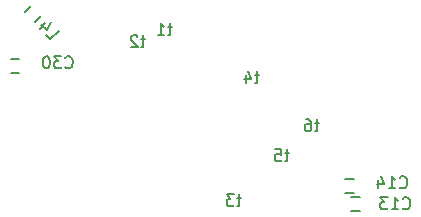
<source format=gbr>
G04 #@! TF.FileFunction,Legend,Bot*
%FSLAX46Y46*%
G04 Gerber Fmt 4.6, Leading zero omitted, Abs format (unit mm)*
G04 Created by KiCad (PCBNEW 4.0.4-stable) date 11/24/16 17:28:53*
%MOMM*%
%LPD*%
G01*
G04 APERTURE LIST*
%ADD10C,0.150000*%
G04 APERTURE END LIST*
D10*
X156556000Y-99914000D02*
X157256000Y-99914000D01*
X157256000Y-98714000D02*
X156556000Y-98714000D01*
X157764000Y-100238000D02*
X157064000Y-100238000D01*
X157064000Y-101438000D02*
X157764000Y-101438000D01*
X128940000Y-88554000D02*
X128240000Y-88554000D01*
X128240000Y-89754000D02*
X128940000Y-89754000D01*
X130315026Y-85417502D02*
X130810000Y-84922528D01*
X129961472Y-84074000D02*
X129466498Y-84568974D01*
X161424857Y-101195143D02*
X161472476Y-101242762D01*
X161615333Y-101290381D01*
X161710571Y-101290381D01*
X161853429Y-101242762D01*
X161948667Y-101147524D01*
X161996286Y-101052286D01*
X162043905Y-100861810D01*
X162043905Y-100718952D01*
X161996286Y-100528476D01*
X161948667Y-100433238D01*
X161853429Y-100338000D01*
X161710571Y-100290381D01*
X161615333Y-100290381D01*
X161472476Y-100338000D01*
X161424857Y-100385619D01*
X160472476Y-101290381D02*
X161043905Y-101290381D01*
X160758191Y-101290381D02*
X160758191Y-100290381D01*
X160853429Y-100433238D01*
X160948667Y-100528476D01*
X161043905Y-100576095D01*
X160139143Y-100290381D02*
X159520095Y-100290381D01*
X159853429Y-100671333D01*
X159710571Y-100671333D01*
X159615333Y-100718952D01*
X159567714Y-100766571D01*
X159520095Y-100861810D01*
X159520095Y-101099905D01*
X159567714Y-101195143D01*
X159615333Y-101242762D01*
X159710571Y-101290381D01*
X159996286Y-101290381D01*
X160091524Y-101242762D01*
X160139143Y-101195143D01*
X161170857Y-99417143D02*
X161218476Y-99464762D01*
X161361333Y-99512381D01*
X161456571Y-99512381D01*
X161599429Y-99464762D01*
X161694667Y-99369524D01*
X161742286Y-99274286D01*
X161789905Y-99083810D01*
X161789905Y-98940952D01*
X161742286Y-98750476D01*
X161694667Y-98655238D01*
X161599429Y-98560000D01*
X161456571Y-98512381D01*
X161361333Y-98512381D01*
X161218476Y-98560000D01*
X161170857Y-98607619D01*
X160218476Y-99512381D02*
X160789905Y-99512381D01*
X160504191Y-99512381D02*
X160504191Y-98512381D01*
X160599429Y-98655238D01*
X160694667Y-98750476D01*
X160789905Y-98798095D01*
X159361333Y-98845714D02*
X159361333Y-99512381D01*
X159599429Y-98464762D02*
X159837524Y-99179048D01*
X159218476Y-99179048D01*
X132854857Y-89257143D02*
X132902476Y-89304762D01*
X133045333Y-89352381D01*
X133140571Y-89352381D01*
X133283429Y-89304762D01*
X133378667Y-89209524D01*
X133426286Y-89114286D01*
X133473905Y-88923810D01*
X133473905Y-88780952D01*
X133426286Y-88590476D01*
X133378667Y-88495238D01*
X133283429Y-88400000D01*
X133140571Y-88352381D01*
X133045333Y-88352381D01*
X132902476Y-88400000D01*
X132854857Y-88447619D01*
X132521524Y-88352381D02*
X131902476Y-88352381D01*
X132235810Y-88733333D01*
X132092952Y-88733333D01*
X131997714Y-88780952D01*
X131950095Y-88828571D01*
X131902476Y-88923810D01*
X131902476Y-89161905D01*
X131950095Y-89257143D01*
X131997714Y-89304762D01*
X132092952Y-89352381D01*
X132378667Y-89352381D01*
X132473905Y-89304762D01*
X132521524Y-89257143D01*
X131283429Y-88352381D02*
X131188190Y-88352381D01*
X131092952Y-88400000D01*
X131045333Y-88447619D01*
X130997714Y-88542857D01*
X130950095Y-88733333D01*
X130950095Y-88971429D01*
X130997714Y-89161905D01*
X131045333Y-89257143D01*
X131092952Y-89304762D01*
X131188190Y-89352381D01*
X131283429Y-89352381D01*
X131378667Y-89304762D01*
X131426286Y-89257143D01*
X131473905Y-89161905D01*
X131521524Y-88971429D01*
X131521524Y-88733333D01*
X131473905Y-88542857D01*
X131426286Y-88447619D01*
X131378667Y-88400000D01*
X131283429Y-88352381D01*
X131233052Y-86573655D02*
X131569770Y-86910373D01*
X132276877Y-86203266D01*
X131165709Y-85563502D02*
X130694304Y-86034907D01*
X131603442Y-85462488D02*
X131266724Y-86135923D01*
X130828991Y-85698190D01*
X141890667Y-85891714D02*
X141509715Y-85891714D01*
X141747810Y-85558381D02*
X141747810Y-86415524D01*
X141700191Y-86510762D01*
X141604953Y-86558381D01*
X141509715Y-86558381D01*
X140652571Y-86558381D02*
X141224000Y-86558381D01*
X140938286Y-86558381D02*
X140938286Y-85558381D01*
X141033524Y-85701238D01*
X141128762Y-85796476D01*
X141224000Y-85844095D01*
X139604667Y-86907714D02*
X139223715Y-86907714D01*
X139461810Y-86574381D02*
X139461810Y-87431524D01*
X139414191Y-87526762D01*
X139318953Y-87574381D01*
X139223715Y-87574381D01*
X138938000Y-86669619D02*
X138890381Y-86622000D01*
X138795143Y-86574381D01*
X138557047Y-86574381D01*
X138461809Y-86622000D01*
X138414190Y-86669619D01*
X138366571Y-86764857D01*
X138366571Y-86860095D01*
X138414190Y-87002952D01*
X138985619Y-87574381D01*
X138366571Y-87574381D01*
X147732667Y-100369714D02*
X147351715Y-100369714D01*
X147589810Y-100036381D02*
X147589810Y-100893524D01*
X147542191Y-100988762D01*
X147446953Y-101036381D01*
X147351715Y-101036381D01*
X147113619Y-100036381D02*
X146494571Y-100036381D01*
X146827905Y-100417333D01*
X146685047Y-100417333D01*
X146589809Y-100464952D01*
X146542190Y-100512571D01*
X146494571Y-100607810D01*
X146494571Y-100845905D01*
X146542190Y-100941143D01*
X146589809Y-100988762D01*
X146685047Y-101036381D01*
X146970762Y-101036381D01*
X147066000Y-100988762D01*
X147113619Y-100941143D01*
X149256667Y-89955714D02*
X148875715Y-89955714D01*
X149113810Y-89622381D02*
X149113810Y-90479524D01*
X149066191Y-90574762D01*
X148970953Y-90622381D01*
X148875715Y-90622381D01*
X148113809Y-89955714D02*
X148113809Y-90622381D01*
X148351905Y-89574762D02*
X148590000Y-90289048D01*
X147970952Y-90289048D01*
X151796667Y-96559714D02*
X151415715Y-96559714D01*
X151653810Y-96226381D02*
X151653810Y-97083524D01*
X151606191Y-97178762D01*
X151510953Y-97226381D01*
X151415715Y-97226381D01*
X150606190Y-96226381D02*
X151082381Y-96226381D01*
X151130000Y-96702571D01*
X151082381Y-96654952D01*
X150987143Y-96607333D01*
X150749047Y-96607333D01*
X150653809Y-96654952D01*
X150606190Y-96702571D01*
X150558571Y-96797810D01*
X150558571Y-97035905D01*
X150606190Y-97131143D01*
X150653809Y-97178762D01*
X150749047Y-97226381D01*
X150987143Y-97226381D01*
X151082381Y-97178762D01*
X151130000Y-97131143D01*
X154336667Y-94019714D02*
X153955715Y-94019714D01*
X154193810Y-93686381D02*
X154193810Y-94543524D01*
X154146191Y-94638762D01*
X154050953Y-94686381D01*
X153955715Y-94686381D01*
X153193809Y-93686381D02*
X153384286Y-93686381D01*
X153479524Y-93734000D01*
X153527143Y-93781619D01*
X153622381Y-93924476D01*
X153670000Y-94114952D01*
X153670000Y-94495905D01*
X153622381Y-94591143D01*
X153574762Y-94638762D01*
X153479524Y-94686381D01*
X153289047Y-94686381D01*
X153193809Y-94638762D01*
X153146190Y-94591143D01*
X153098571Y-94495905D01*
X153098571Y-94257810D01*
X153146190Y-94162571D01*
X153193809Y-94114952D01*
X153289047Y-94067333D01*
X153479524Y-94067333D01*
X153574762Y-94114952D01*
X153622381Y-94162571D01*
X153670000Y-94257810D01*
M02*

</source>
